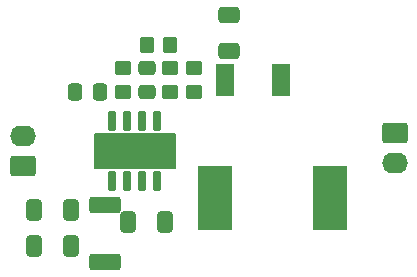
<source format=gts>
G04 #@! TF.GenerationSoftware,KiCad,Pcbnew,(7.0.0)*
G04 #@! TF.CreationDate,2023-03-31T08:30:07+02:00*
G04 #@! TF.ProjectId,MP2393,4d503233-3933-42e6-9b69-6361645f7063,rev?*
G04 #@! TF.SameCoordinates,Original*
G04 #@! TF.FileFunction,Soldermask,Top*
G04 #@! TF.FilePolarity,Negative*
%FSLAX46Y46*%
G04 Gerber Fmt 4.6, Leading zero omitted, Abs format (unit mm)*
G04 Created by KiCad (PCBNEW (7.0.0)) date 2023-03-31 08:30:07*
%MOMM*%
%LPD*%
G01*
G04 APERTURE LIST*
G04 Aperture macros list*
%AMRoundRect*
0 Rectangle with rounded corners*
0 $1 Rounding radius*
0 $2 $3 $4 $5 $6 $7 $8 $9 X,Y pos of 4 corners*
0 Add a 4 corners polygon primitive as box body*
4,1,4,$2,$3,$4,$5,$6,$7,$8,$9,$2,$3,0*
0 Add four circle primitives for the rounded corners*
1,1,$1+$1,$2,$3*
1,1,$1+$1,$4,$5*
1,1,$1+$1,$6,$7*
1,1,$1+$1,$8,$9*
0 Add four rect primitives between the rounded corners*
20,1,$1+$1,$2,$3,$4,$5,0*
20,1,$1+$1,$4,$5,$6,$7,0*
20,1,$1+$1,$6,$7,$8,$9,0*
20,1,$1+$1,$8,$9,$2,$3,0*%
G04 Aperture macros list end*
%ADD10RoundRect,0.249999X-1.075001X0.450001X-1.075001X-0.450001X1.075001X-0.450001X1.075001X0.450001X0*%
%ADD11RoundRect,0.250000X0.412500X0.650000X-0.412500X0.650000X-0.412500X-0.650000X0.412500X-0.650000X0*%
%ADD12RoundRect,0.250000X-0.412500X-0.650000X0.412500X-0.650000X0.412500X0.650000X-0.412500X0.650000X0*%
%ADD13R,1.500000X2.700000*%
%ADD14RoundRect,0.250000X-0.450000X0.350000X-0.450000X-0.350000X0.450000X-0.350000X0.450000X0.350000X0*%
%ADD15RoundRect,0.250000X0.350000X0.450000X-0.350000X0.450000X-0.350000X-0.450000X0.350000X-0.450000X0*%
%ADD16RoundRect,0.250000X0.337500X0.475000X-0.337500X0.475000X-0.337500X-0.475000X0.337500X-0.475000X0*%
%ADD17R,2.900000X5.400000*%
%ADD18R,3.400000X2.710000*%
%ADD19RoundRect,0.150000X0.150000X-0.737500X0.150000X0.737500X-0.150000X0.737500X-0.150000X-0.737500X0*%
%ADD20RoundRect,0.250000X0.475000X-0.337500X0.475000X0.337500X-0.475000X0.337500X-0.475000X-0.337500X0*%
%ADD21RoundRect,0.250000X0.450000X-0.350000X0.450000X0.350000X-0.450000X0.350000X-0.450000X-0.350000X0*%
%ADD22RoundRect,0.250000X-0.845000X0.620000X-0.845000X-0.620000X0.845000X-0.620000X0.845000X0.620000X0*%
%ADD23O,2.190000X1.740000*%
%ADD24RoundRect,0.250000X0.845000X-0.620000X0.845000X0.620000X-0.845000X0.620000X-0.845000X-0.620000X0*%
%ADD25RoundRect,0.250000X0.650000X-0.412500X0.650000X0.412500X-0.650000X0.412500X-0.650000X-0.412500X0*%
G04 APERTURE END LIST*
D10*
X131500000Y-24600000D03*
X131500000Y-29400000D03*
D11*
X128562500Y-25000000D03*
X125437500Y-25000000D03*
D12*
X133437500Y-26000000D03*
X136562500Y-26000000D03*
D13*
X146399999Y-13999999D03*
X141599999Y-13999999D03*
D14*
X133000000Y-13000000D03*
X133000000Y-15000000D03*
D15*
X137000000Y-11000000D03*
X135000000Y-11000000D03*
D16*
X131037500Y-15000000D03*
X128962500Y-15000000D03*
D17*
X140799999Y-23999999D03*
X150499999Y-23999999D03*
D18*
X133999999Y-19999999D03*
D19*
X132095000Y-22562500D03*
X133365000Y-22562500D03*
X134635000Y-22562500D03*
X135905000Y-22562500D03*
X135905000Y-17437500D03*
X134635000Y-17437500D03*
X133365000Y-17437500D03*
X132095000Y-17437500D03*
D11*
X128562500Y-28000000D03*
X125437500Y-28000000D03*
D20*
X135000000Y-15037500D03*
X135000000Y-12962500D03*
D21*
X139000000Y-15000000D03*
X139000000Y-13000000D03*
D22*
X156000000Y-18500000D03*
D23*
X155999999Y-21039999D03*
D24*
X124520000Y-21270000D03*
D23*
X124519999Y-18729999D03*
D14*
X137000000Y-13000000D03*
X137000000Y-15000000D03*
D25*
X142000000Y-11562500D03*
X142000000Y-8437500D03*
G36*
X137438000Y-18516613D02*
G01*
X137483387Y-18562000D01*
X137500000Y-18624000D01*
X137500000Y-21376000D01*
X137483387Y-21438000D01*
X137438000Y-21483387D01*
X137376000Y-21500000D01*
X130624000Y-21500000D01*
X130562000Y-21483387D01*
X130516613Y-21438000D01*
X130500000Y-21376000D01*
X130500000Y-18624000D01*
X130516613Y-18562000D01*
X130562000Y-18516613D01*
X130624000Y-18500000D01*
X137376000Y-18500000D01*
X137438000Y-18516613D01*
G37*
M02*

</source>
